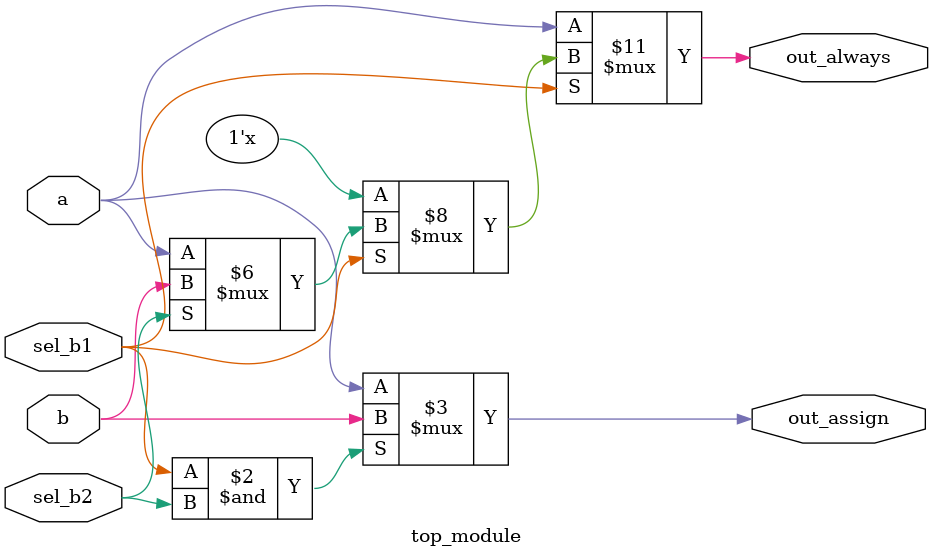
<source format=v>
module top_module(
    input a,
    input b,
    input sel_b1,
    input sel_b2,
    output wire out_assign,
    output reg out_always   ); 

    always @(*) begin
        if (sel_b1) begin
            if (sel_b2) begin
                out_always=b;
            end
            else begin
                out_always=a;
            end
        end
        else begin
            out_always=a;
        end
    end
    

    assign out_assign = (sel_b1&sel_b2) ? b : a;

endmodule
/////////////////////////以下是学到的/////////////////////////


/////////////////////////以下是我写的/////////////////////////


/////////////////////////以下是系统的/////////////////////////


</source>
